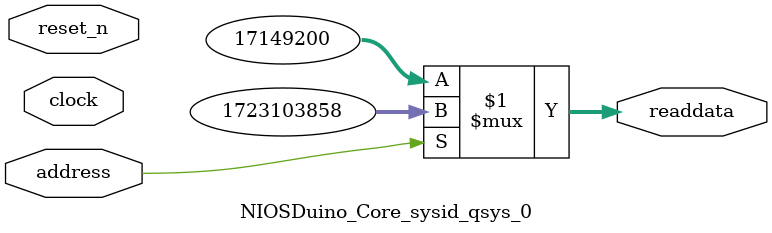
<source format=v>



// synthesis translate_off
`timescale 1ns / 1ps
// synthesis translate_on

// turn off superfluous verilog processor warnings 
// altera message_level Level1 
// altera message_off 10034 10035 10036 10037 10230 10240 10030 

module NIOSDuino_Core_sysid_qsys_0 (
               // inputs:
                address,
                clock,
                reset_n,

               // outputs:
                readdata
             )
;

  output  [ 31: 0] readdata;
  input            address;
  input            clock;
  input            reset_n;

  wire    [ 31: 0] readdata;
  //control_slave, which is an e_avalon_slave
  assign readdata = address ? 1723103858 : 17149200;

endmodule



</source>
